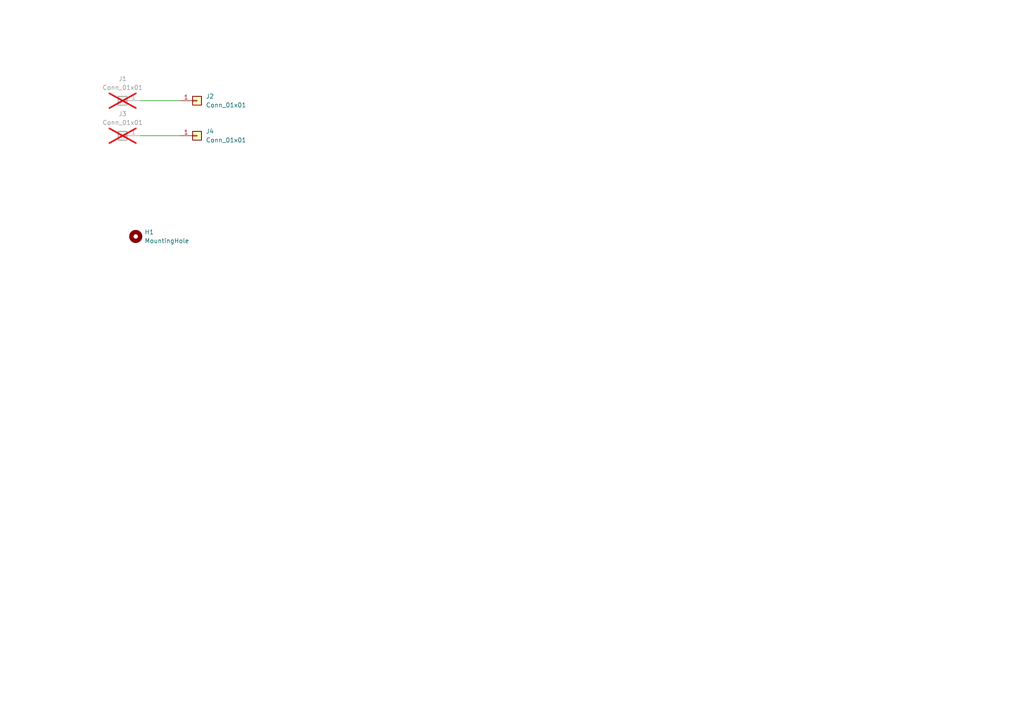
<source format=kicad_sch>
(kicad_sch (version 20231120) (generator "eeschema") (generator_version "8.0")
  (paper "A4")
  (lib_symbols
    (symbol "Connector_Generic:Conn_01x01" (pin_names (offset 1.016) hide)
      (property "Reference" "J" (at 0 2.54 0))
      (property "Value" "Conn_01x01" (at 0 -2.54 0))
      (symbol "Conn_01x01_1_1"
        (rectangle (start -1.27 0.127) (end 0 -0.127) (stroke (width 0.1524)))
        (rectangle (start -1.27 1.27) (end 1.27 -1.27) (stroke (width 0.254)) (fill (type background)))
        (pin passive line (at -5.08 0 0) (length 3.81) (name "Pin_1") (number "1"))
      )
    )
    (symbol "Mechanical:MountingHole" (pin_names (offset 1.016)) (exclude_from_sim yes) (in_bom no)
      (property "Reference" "H" (at 0 5.08 0))
      (property "Value" "MountingHole" (at 0 3.175 0))
      (symbol "MountingHole_0_1"
        (circle (center 0 0) (radius 1.27) (stroke (width 1.27)))
      )
    )
  )
  (wire (pts (xy 52.07 39.37) (xy 40.64 39.37)))
  (wire (pts (xy 52.07 29.21) (xy 40.64 29.21)))
  (symbol (lib_id "Connector_Generic:Conn_01x01") (at 57.15 39.37 0) (unit 1)
    (property "Reference" "J4" (at 59.69 38.0999 0) (effects (justify left)))
    (property "Value" "Conn_01x01" (at 59.69 40.6399 0) (effects (justify left)))
    (property "Footprint" "my-conn-pad:PinHeader_1x01_P2.54mm_Vertical" (effects (hide yes)))
    (property "Description" "Generic connector, single row, 01x01, script generated (kicad-library-utils/schlib/autogen/connector/)" (effects (hide yes)))
  )
  (symbol (lib_id "Connector_Generic:Conn_01x01") (at 35.56 39.37 0) (mirror y) (unit 1) (dnp yes)
    (property "Reference" "J3" (at 35.56 33.02 0))
    (property "Value" "Conn_01x01" (at 35.56 35.56 0))
    (property "Footprint" "my-conn-pad:PinHeader_1x01_P2.54mm_Vertical" (effects (hide yes)))
    (property "Description" "Generic connector, single row, 01x01, script generated (kicad-library-utils/schlib/autogen/connector/)" (effects (hide yes)))
  )
  (symbol (lib_id "Mechanical:MountingHole") (at 39.37 68.58 0) (unit 1) (exclude_from_sim yes) (in_bom no)
    (property "Reference" "H1" (at 41.91 67.3099 0) (effects (justify left)))
    (property "Value" "MountingHole" (at 41.91 69.8499 0) (effects (justify left)))
    (property "Footprint" "my_mtg_hole:hole-440-nopad" (effects (hide yes)))
    (property "Description" "Mounting Hole without connection" (effects (hide yes)))
  )
  (symbol (lib_id "Connector_Generic:Conn_01x01") (at 57.15 29.21 0) (unit 1)
    (property "Reference" "J2" (at 59.69 27.9399 0) (effects (justify left)))
    (property "Value" "Conn_01x01" (at 59.69 30.4799 0) (effects (justify left)))
    (property "Footprint" "my-conn-pad:PinHeader_1x01_P2.54mm_Vertical" (effects (hide yes)))
    (property "Description" "Generic connector, single row, 01x01, script generated (kicad-library-utils/schlib/autogen/connector/)" (effects (hide yes)))
  )
  (symbol (lib_id "Connector_Generic:Conn_01x01") (at 35.56 29.21 0) (mirror y) (unit 1) (dnp yes)
    (property "Reference" "J1" (at 35.56 22.86 0))
    (property "Value" "Conn_01x01" (at 35.56 25.4 0))
    (property "Footprint" "my-conn-pad:PinHeader_1x01_P2.54mm_Vertical" (effects (hide yes)))
    (property "Description" "Generic connector, single row, 01x01, script generated (kicad-library-utils/schlib/autogen/connector/)" (effects (hide yes)))
  )
)
</source>
